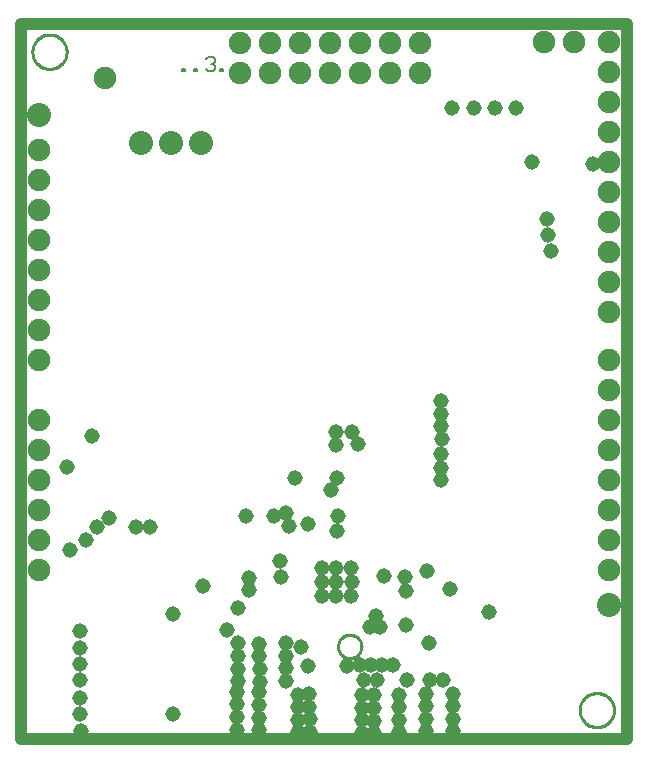
<source format=gbr>
%FSTAX23Y23*%
%MOMM*%
%SFA1B1*%

%IPPOS*%
%ADD10C,0.253999*%
%ADD40C,0.150000*%
%ADD50C,1.015998*%
%ADD51C,1.915996*%
%ADD52C,2.031996*%
%ADD53C,2.035996*%
%ADD54C,1.315997*%
G54D10*
X28791Y07753D02*
D01*
X28793Y07822*
X28791Y07891*
X28784Y0796*
X28772Y08029*
X28756Y08096*
X28734Y08162*
X28709Y08226*
X28678Y08289*
X28644Y08349*
X28605Y08407*
X28563Y08461*
X28516Y08513*
X28466Y08561*
X28413Y08606*
X28357Y08647*
X28299Y08684*
X28237Y08717*
X28174Y08745*
X28109Y08769*
X28042Y08788*
X27975Y08803*
X27906Y08813*
X27837Y08818*
X27767Y08818*
X27698Y08813*
X27629Y08804*
X27562Y0879*
X27495Y08771*
X2743Y08747*
X27366Y08719*
X27305Y08687*
X27246Y0865*
X2719Y08609*
X27136Y08565*
X27086Y08517*
X2704Y08465*
X26997Y08411*
X26958Y08353*
X26923Y08293*
X26893Y08231*
X26866Y08167*
X26845Y08101*
X26828Y08034*
X26816Y07965*
X26808Y07896*
X26806Y07827*
X26808Y07758*
X26815Y07689*
X26827Y0762*
X26843Y07553*
X26865Y07487*
X2689Y07423*
X26921Y0736*
X26955Y073*
X26994Y07242*
X27036Y07188*
X27083Y07136*
X27133Y07088*
X27186Y07043*
X27242Y07002*
X273Y06965*
X27361Y06932*
X27425Y06904*
X2749Y0688*
X27557Y06861*
X27624Y06846*
X27693Y06836*
X27762Y06831*
X27832Y06831*
X27901Y06836*
X2797Y06845*
X28037Y06859*
X28104Y06878*
X28169Y06902*
X28233Y0693*
X28294Y06962*
X28353Y06999*
X28409Y0704*
X28463Y07084*
X28513Y07132*
X28559Y07184*
X28602Y07238*
X28641Y07296*
X28676Y07356*
X28706Y07418*
X28733Y07482*
X28754Y07548*
X28771Y07615*
X28783Y07684*
X28787Y07712*
X50175Y02424D02*
D01*
X50171Y02526*
X50161Y02626*
X50143Y02726*
X50119Y02824*
X50087Y0292*
X50049Y03014*
X50005Y03105*
X49954Y03193*
X49898Y03277*
X49835Y03357*
X49768Y03432*
X49695Y03502*
X49617Y03567*
X49535Y03627*
X4945Y0368*
X4936Y03728*
X49268Y03769*
X49173Y03804*
X49075Y03832*
X48976Y03853*
X48876Y03867*
X48775Y03874*
X48674*
X48573Y03867*
X48473Y03853*
X48374Y03832*
X48276Y03804*
X48181Y03769*
X48089Y03728*
X47999Y0368*
X47914Y03627*
X47832Y03567*
X47754Y03502*
X47681Y03432*
X47614Y03357*
X47551Y03277*
X47495Y03193*
X47444Y03105*
X474Y03014*
X47362Y0292*
X4733Y02824*
X47306Y02726*
X47288Y02626*
X47278Y02526*
X47274Y02424*
X47278Y02323*
X47288Y02223*
X47306Y02123*
X4733Y02025*
X47362Y01928*
X474Y01835*
X47444Y01744*
X47495Y01656*
X47551Y01572*
X47614Y01492*
X47681Y01417*
X47754Y01347*
X47832Y01282*
X47914Y01222*
X47999Y01169*
X48089Y01121*
X48181Y0108*
X48276Y01045*
X48374Y01017*
X48473Y00996*
X48573Y00982*
X48674Y00975*
X48775*
X48876Y00982*
X48976Y00996*
X49075Y01017*
X49173Y01045*
X49268Y0108*
X4936Y01121*
X4945Y01169*
X49535Y01222*
X49617Y01282*
X49695Y01347*
X49768Y01417*
X49835Y01492*
X49898Y01572*
X49954Y01656*
X50005Y01744*
X50049Y01835*
X50087Y01928*
X50119Y02025*
X50143Y02123*
X50161Y02223*
X50171Y02323*
X50175Y02424*
X03825Y58174D02*
D01*
X03821Y58276*
X03811Y58376*
X03793Y58476*
X03769Y58574*
X03737Y5867*
X03699Y58764*
X03655Y58855*
X03604Y58943*
X03548Y59027*
X03485Y59107*
X03418Y59182*
X03345Y59252*
X03267Y59317*
X03185Y59377*
X031Y5943*
X0301Y59478*
X02918Y59519*
X02823Y59554*
X02725Y59582*
X02626Y59603*
X02526Y59617*
X02425Y59624*
X02324*
X02223Y59617*
X02123Y59603*
X02024Y59582*
X01926Y59554*
X01831Y59519*
X01739Y59478*
X01649Y5943*
X01564Y59377*
X01482Y59317*
X01404Y59252*
X01331Y59182*
X01264Y59107*
X01201Y59027*
X01145Y58943*
X01094Y58855*
X0105Y58764*
X01012Y5867*
X0098Y58574*
X00956Y58476*
X00938Y58376*
X00928Y58276*
X00924Y58174*
X00928Y58073*
X00938Y57973*
X00956Y57873*
X0098Y57775*
X01012Y57678*
X0105Y57585*
X01094Y57494*
X01145Y57406*
X01201Y57322*
X01264Y57242*
X01331Y57167*
X01404Y57097*
X01482Y57032*
X01564Y56972*
X01649Y56919*
X01739Y56871*
X01831Y5683*
X01926Y56795*
X02024Y56767*
X02123Y56746*
X02223Y56732*
X02324Y56725*
X02425*
X02526Y56732*
X02626Y56746*
X02725Y56767*
X02823Y56795*
X02918Y5683*
X0301Y56871*
X031Y56919*
X03185Y56972*
X03267Y57032*
X03345Y57097*
X03418Y57167*
X03485Y57242*
X03548Y57322*
X03604Y57406*
X03655Y57494*
X03699Y57585*
X03737Y57678*
X03769Y57775*
X03793Y57873*
X03811Y57973*
X03821Y58073*
X03825Y58174*
G54D40*
X13624Y56524D02*
Y56724D01*
X13824*
Y56524*
X13624*
X14624D02*
Y56724D01*
X14824*
Y56524*
X14624*
X15624Y57524D02*
X15824Y57724D01*
X16224*
X16424Y57524*
Y57324*
X16224Y57124*
X16024*
X16224*
X16424Y56924*
Y56724*
X16224Y56524*
X15824*
X15624Y56724*
X16823Y56524D02*
Y56724D01*
X17023*
Y56524*
X16823*
G54D50*
X0Y0D02*
Y60499D01*
X51259*
Y0D02*
Y60499D01*
X0Y0D02*
X51259D01*
G54D51*
X44259Y58999D03*
X46799D03*
X07099Y55984D03*
X49759Y14299D03*
Y16839D03*
Y19379D03*
Y21919D03*
Y24459D03*
Y26999D03*
Y29539D03*
Y32079D03*
X01499Y26999D03*
Y24459D03*
Y21919D03*
Y19379D03*
Y16839D03*
Y14299D03*
X49759Y41219D03*
Y58999D03*
Y56459D03*
Y53919D03*
Y51379D03*
Y48839D03*
Y46299D03*
Y43759D03*
Y38679D03*
Y36139D03*
X01499Y49859D03*
Y47319D03*
Y44779D03*
Y42239D03*
Y39699D03*
Y37159D03*
Y34619D03*
Y32079D03*
X18499Y56399D03*
Y58939D03*
X21039Y56399D03*
Y58939D03*
X23579Y56399D03*
Y58939D03*
X26119Y56399D03*
Y58939D03*
X28659Y56399D03*
Y58939D03*
X31199Y56399D03*
Y58939D03*
X33739Y56399D03*
Y58939D03*
G54D52*
X49759Y11324D03*
X01499Y52849D03*
G54D53*
X10149Y50449D03*
X12689D03*
X15229D03*
G54D54*
X05999Y25649D03*
X03899Y22999D03*
X35499Y21899D03*
Y22899D03*
X35599Y254D03*
X35499Y24099D03*
X36474Y53399D03*
X35499Y26499D03*
Y27499D03*
Y28599D03*
X41899Y53399D03*
X40091D03*
X38283D03*
X26599Y25999D03*
Y24899D03*
X10899Y17899D03*
X44599Y42699D03*
X44799Y41299D03*
X28499Y24999D03*
X27999Y25999D03*
X07399Y18699D03*
X06399Y17899D03*
X05499Y16799D03*
X04999Y09099D03*
Y07699D03*
X44499Y43999D03*
X04999Y06324D03*
X26699Y22099D03*
X09699Y17899D03*
X04999Y03499D03*
X48399Y48699D03*
X43199Y48799D03*
X29999Y10399D03*
X29499Y09499D03*
X32599Y09599D03*
X32512Y13699D03*
X21374Y18874D03*
X24249Y18174D03*
X26199Y21074D03*
X32624Y04949D03*
X3142Y06249D03*
X34474Y08149D03*
X26724Y17599D03*
X23174Y22074D03*
X15374Y12924D03*
X32574Y12549D03*
X30399Y09499D03*
X25474Y13299D03*
X26674Y14499D03*
X27874D03*
X26674Y13299D03*
X25474Y14499D03*
X27974Y13299D03*
X27874Y12099D03*
X36324Y12649D03*
X22424Y19149D03*
X22624Y17999D03*
X39624Y10699D03*
X18374Y11049D03*
X19249Y12599D03*
Y13599D03*
X18999Y18824D03*
X21924Y15049D03*
X21999Y13724D03*
X23674Y07774D03*
X25474Y12099D03*
X26674D03*
X28699Y06224D03*
X30499D03*
X29624D03*
X26799Y18849D03*
X24249Y06124D03*
X27599D03*
X34374Y14199D03*
X30699Y13749D03*
X31999Y01616D03*
Y00549D03*
Y02683D03*
X28874Y01566D03*
Y00499D03*
X28849Y02633D03*
Y03699D03*
X29849Y01541D03*
Y00474D03*
X29824Y02608D03*
Y03674D03*
X34274Y01691D03*
X36549Y00624D03*
X34581Y04949D03*
X35699D03*
X24399Y01641D03*
Y00574D03*
X24374Y02708D03*
Y03774D03*
X23424Y01616D03*
Y00549D03*
X23399Y02683D03*
Y03749D03*
X20149Y01791D03*
Y00724D03*
X20124Y02858D03*
Y03924D03*
X18274Y01841D03*
Y00774D03*
X18249Y02908D03*
Y03974D03*
X18324Y05941D03*
Y04874D03*
X18299Y07008D03*
Y08074D03*
X20174Y05916D03*
Y04849D03*
X20149Y06983D03*
Y08049D03*
X22399Y05966D03*
Y04899D03*
X22374Y07033D03*
Y08099D03*
X30109Y04949D03*
X28991D03*
X36549Y02758D03*
X34274D03*
Y03824D03*
X36549D03*
X34274Y00624D03*
X36549Y01691D03*
X31999Y03749D03*
X04999Y02074D03*
X05024Y00699D03*
X04999Y04949D03*
X12874Y10574D03*
Y02074D03*
X04099Y15949D03*
X17424Y09174D03*
M02*
</source>
